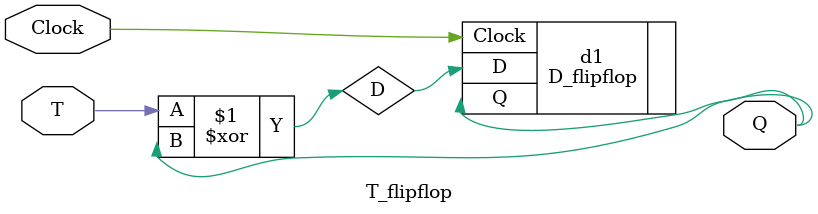
<source format=v>
module T_flipflop(T, Clock, Q);
  input T, Clock;
  output wire Q;
  wire D;
  assign D = T ^ Q; 
  D_flipflop d1 (.D(D), .Clock(Clock), .Q(Q));
endmodule


</source>
